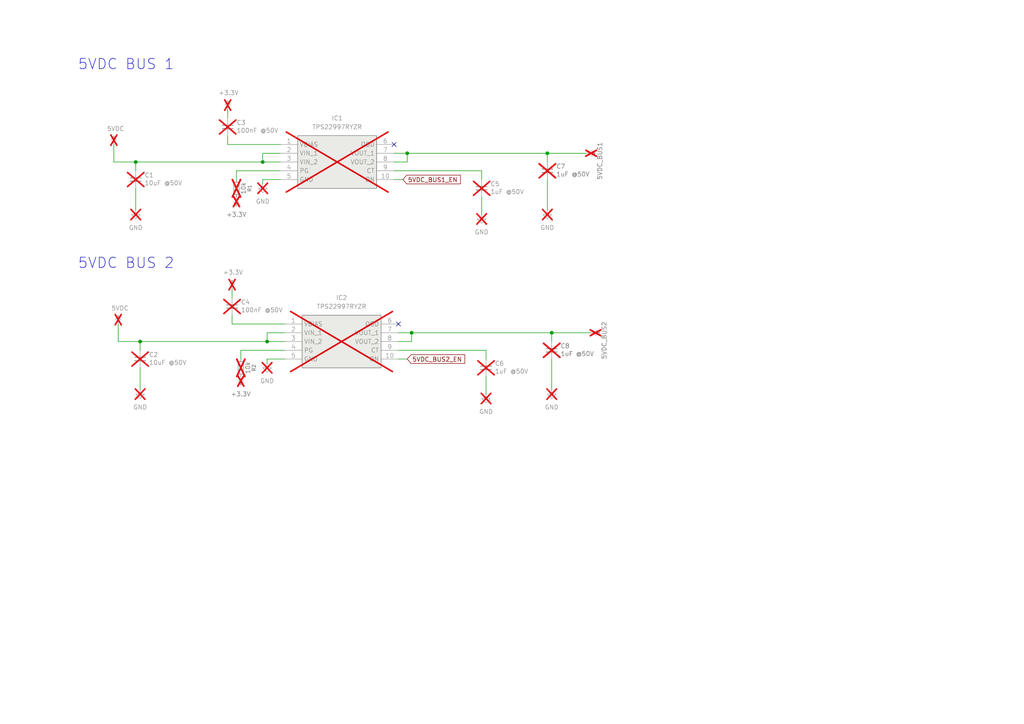
<source format=kicad_sch>
(kicad_sch (version 20250114) (generator "eeschema") (generator_version "9.0")
  (paper "A4")
  (lib_symbols
    (symbol "Device:C_Small" (pin_numbers (hide yes)) (pin_names (offset 0.254) (hide yes))
      (property "Reference" "C" (at 0.254 1.778 0))
      (property "Value" "C_Small" (at 0.254 -2.032 0))
      (symbol "C_Small_0_1"
        (polyline (pts (xy -1.524 0.508) (xy 1.524 0.508)) (stroke (width 0.3048)))
        (polyline (pts (xy -1.524 -0.508) (xy 1.524 -0.508)) (stroke (width 0.3302)))
      )
      (symbol "C_Small_1_1"
        (pin passive line (at 0 2.54 270) (length 2.032) (name "~") (number "1"))
        (pin passive line (at 0 -2.54 90) (length 2.032) (name "~") (number "2"))
      )
    )
    (symbol "Device:R_Small" (pin_numbers (hide yes)) (pin_names (offset 0.254) (hide yes))
      (property "Reference" "R" (at 0 0 90))
      (property "Value" "R_Small" (at 1.778 0 90))
      (symbol "R_Small_0_1"
        (rectangle (start -0.762 1.778) (end 0.762 -1.778) (stroke (width 0.2032)))
      )
      (symbol "R_Small_1_1"
        (pin passive line (at 0 2.54 270) (length 0.762) (name "~") (number "1"))
        (pin passive line (at 0 -2.54 90) (length 0.762) (name "~") (number "2"))
      )
    )
    (symbol "power:+3.3V" (power) (pin_numbers (hide yes)) (pin_names (offset 0) (hide yes))
      (property "Value" "+3.3V" (at 0 3.556 0))
      (symbol "+3.3V_0_1"
        (polyline (pts (xy -0.762 1.27) (xy 0 2.54)))
        (polyline (pts (xy 0 2.54) (xy 0.762 1.27)))
        (polyline (pts (xy 0 0) (xy 0 2.54)))
      )
      (symbol "+3.3V_1_1"
        (pin power_in line (at 0 0 90) (length 0) (name "~") (number "1"))
      )
    )
    (symbol "power:+BATT" (power) (pin_numbers (hide yes)) (pin_names (offset 0) (hide yes))
      (property "Value" "+BATT" (at 0 3.556 0))
      (symbol "+BATT_0_1"
        (polyline (pts (xy -0.762 1.27) (xy 0 2.54)))
        (polyline (pts (xy 0 2.54) (xy 0.762 1.27)))
        (polyline (pts (xy 0 0) (xy 0 2.54)))
      )
      (symbol "+BATT_1_1"
        (pin power_in line (at 0 0 90) (length 0) (name "~") (number "1"))
      )
    )
    (symbol "power:GND1" (power) (pin_numbers (hide yes)) (pin_names (offset 0) (hide yes))
      (property "Value" "GND1" (at 0 -3.81 0))
      (symbol "GND1_0_1"
        (polyline (pts (xy 0 0) (xy 0 -1.27) (xy 1.27 -1.27) (xy 0 -2.54) (xy -1.27 -1.27) (xy 0 -1.27)))
      )
      (symbol "GND1_1_1"
        (pin power_in line (at 0 0 270) (length 0) (name "~") (number "1"))
      )
    )
    (symbol "power:VCC" (power) (pin_numbers (hide yes)) (pin_names (offset 0) (hide yes))
      (property "Value" "VCC" (at 0 3.556 0))
      (symbol "VCC_0_1"
        (polyline (pts (xy -0.762 1.27) (xy 0 2.54)))
        (polyline (pts (xy 0 2.54) (xy 0.762 1.27)))
        (polyline (pts (xy 0 0) (xy 0 2.54)))
      )
      (symbol "VCC_1_1"
        (pin power_in line (at 0 0 90) (length 0) (name "~") (number "1"))
      )
    )
    (symbol "samac_sys:TPS22997RYZR"
      (property "Reference" "IC" (at 29.21 7.62 0))
      (property "Value" "TPS22997RYZR" (at 29.21 5.08 0))
      (symbol "TPS22997RYZR_1_1"
        (rectangle (start 5.08 2.54) (end 27.94 -12.7) (stroke (width 0.254)) (fill (type background)))
        (pin passive line (at 0 0 0) (length 5.08) (name "VBIAS") (number "1"))
        (pin passive line (at 0 -2.54 0) (length 5.08) (name "VIN_1") (number "2"))
        (pin passive line (at 0 -5.08 0) (length 5.08) (name "VIN_2") (number "3"))
        (pin passive line (at 0 -7.62 0) (length 5.08) (name "PG") (number "4"))
        (pin passive line (at 0 -10.16 0) (length 5.08) (name "GND") (number "5"))
        (pin passive line (at 33.02 0 180) (length 5.08) (name "QOD") (number "6"))
        (pin passive line (at 33.02 -2.54 180) (length 5.08) (name "VOUT_1") (number "7"))
        (pin passive line (at 33.02 -5.08 180) (length 5.08) (name "VOUT_2") (number "8"))
        (pin passive line (at 33.02 -7.62 180) (length 5.08) (name "CT") (number "9"))
        (pin passive line (at 33.02 -10.16 180) (length 5.08) (name "ON") (number "10"))
      )
    )
  )
  (text "5VDC BUS 2\n" (at 36.576 76.454 0) (effects (font (size 3 3))))
  (text "5VDC BUS 1" (at 36.576 18.796 0) (effects (font (size 3 3))))
  (junction (at 160.02 96.52))
  (junction (at 76.2 46.99))
  (junction (at 119.38 96.52))
  (junction (at 118.11 44.45))
  (junction (at 77.47 99.06))
  (junction (at 158.75 44.45))
  (junction (at 40.64 99.06))
  (junction (at 39.37 46.99))
  (no_connect (at 115.57 93.98))
  (no_connect (at 114.3 41.91))
  (wire (pts (xy 66.04 31.75) (xy 66.04 34.29)))
  (wire (pts (xy 77.47 104.14) (xy 77.47 105.41)))
  (wire (pts (xy 81.28 44.45) (xy 76.2 44.45)))
  (wire (pts (xy 69.85 101.6) (xy 82.55 101.6)))
  (wire (pts (xy 114.3 52.07) (xy 116.84 52.07)))
  (wire (pts (xy 160.02 96.52) (xy 160.02 99.06)))
  (wire (pts (xy 33.02 46.99) (xy 39.37 46.99)))
  (wire (pts (xy 119.38 96.52) (xy 160.02 96.52)))
  (wire (pts (xy 158.75 52.07) (xy 158.75 60.96)))
  (wire (pts (xy 67.31 91.44) (xy 67.31 93.98)))
  (wire (pts (xy 115.57 104.14) (xy 118.11 104.14)))
  (wire (pts (xy 76.2 44.45) (xy 76.2 46.99)))
  (wire (pts (xy 33.02 41.91) (xy 33.02 46.99)))
  (wire (pts (xy 77.47 96.52) (xy 77.47 99.06)))
  (wire (pts (xy 115.57 96.52) (xy 119.38 96.52)))
  (wire (pts (xy 76.2 46.99) (xy 81.28 46.99)))
  (wire (pts (xy 160.02 104.14) (xy 160.02 113.03)))
  (wire (pts (xy 81.28 52.07) (xy 76.2 52.07)))
  (wire (pts (xy 68.58 49.53) (xy 81.28 49.53)))
  (wire (pts (xy 40.64 106.68) (xy 40.64 113.03)))
  (wire (pts (xy 66.04 41.91) (xy 81.28 41.91)))
  (wire (pts (xy 68.58 49.53) (xy 68.58 52.07)))
  (wire (pts (xy 40.64 99.06) (xy 77.47 99.06)))
  (wire (pts (xy 76.2 52.07) (xy 76.2 53.34)))
  (wire (pts (xy 158.75 44.45) (xy 158.75 46.99)))
  (wire (pts (xy 69.85 101.6) (xy 69.85 104.14)))
  (wire (pts (xy 34.29 99.06) (xy 40.64 99.06)))
  (wire (pts (xy 139.7 49.53) (xy 139.7 52.07)))
  (wire (pts (xy 39.37 49.53) (xy 39.37 46.99)))
  (wire (pts (xy 39.37 46.99) (xy 76.2 46.99)))
  (wire (pts (xy 118.11 46.99) (xy 114.3 46.99)))
  (wire (pts (xy 82.55 104.14) (xy 77.47 104.14)))
  (wire (pts (xy 119.38 99.06) (xy 115.57 99.06)))
  (wire (pts (xy 67.31 93.98) (xy 82.55 93.98)))
  (wire (pts (xy 40.64 101.6) (xy 40.64 99.06)))
  (wire (pts (xy 140.97 109.22) (xy 140.97 114.3)))
  (wire (pts (xy 118.11 44.45) (xy 118.11 46.99)))
  (wire (pts (xy 115.57 101.6) (xy 140.97 101.6)))
  (wire (pts (xy 119.38 96.52) (xy 119.38 99.06)))
  (wire (pts (xy 39.37 54.61) (xy 39.37 60.96)))
  (wire (pts (xy 158.75 44.45) (xy 170.18 44.45)))
  (wire (pts (xy 82.55 96.52) (xy 77.47 96.52)))
  (wire (pts (xy 118.11 44.45) (xy 158.75 44.45)))
  (wire (pts (xy 160.02 96.52) (xy 171.45 96.52)))
  (wire (pts (xy 114.3 49.53) (xy 139.7 49.53)))
  (wire (pts (xy 140.97 101.6) (xy 140.97 104.14)))
  (wire (pts (xy 67.31 83.82) (xy 67.31 86.36)))
  (wire (pts (xy 139.7 57.15) (xy 139.7 62.23)))
  (wire (pts (xy 114.3 44.45) (xy 118.11 44.45)))
  (wire (pts (xy 77.47 99.06) (xy 82.55 99.06)))
  (wire (pts (xy 34.29 93.98) (xy 34.29 99.06)))
  (wire (pts (xy 66.04 39.37) (xy 66.04 41.91)))
  (global_label "5VDC_BUS2_EN" (shape input) (at 118.11 104.14 0) (property "Intersheetrefs" "${INTERSHEET_REFS}" (effects (hide yes))))
  (global_label "5VDC_BUS1_EN" (shape input) (at 116.84 52.07 0) (property "Intersheetrefs" "${INTERSHEET_REFS}" (effects (hide yes))))
  (symbol (lib_id "Device:C_Small") (at 158.75 49.53 0) (unit 1) (in_bom no) (on_board no) (dnp yes)
    (property "Reference" "C7" (at 161.29 48.2662 0) (effects (justify left)))
    (property "Value" "1uF @50V" (at 161.29 50.546 0) (effects (justify left)))
    (property "Footprint" "Capacitor_SMD:C_0805_2012Metric_Pad1.18x1.45mm_HandSolder" (effects (hide yes)))
    (property "Datasheet" "GRT21BR71H105KE01K" (effects (hide yes)))
    (property "Description" "Unpolarized capacitor, small symbol" (effects (hide yes)))
  )
  (symbol (lib_id "power:+3.3V") (at 69.85 109.22 180) (unit 1) (in_bom no) (on_board no) (dnp yes)
    (property "Reference" "#PWR08" (effects (hide yes)))
    (property "Value" "+3.3V" (at 69.85 114.3 0))
    (property "Description" "Power symbol creates a global label with name \"+3.3V\"" (effects (hide yes)))
  )
  (symbol (lib_id "samac_sys:TPS22997RYZR") (at 82.55 93.98 0) (unit 1) (in_bom no) (on_board no) (dnp yes)
    (property "Reference" "IC2" (at 99.06 86.36 0))
    (property "Value" "TPS22997RYZR" (at 99.06 88.9 0))
    (property "Footprint" "SamacSys_Parts:TPS22997RYZR" (effects (hide yes)))
    (property "Datasheet" "https://www.ti.com/lit/gpn/tps22997?HQS=ti-null-null-sf-df-pf-sep-wwe&DCM=yes?hkey=EF798316E3902B6ED9A73243A3159BB0" (effects (hide yes)))
    (property "Description" "TPS22997 5.5-V, 10-A, 4-m On-Resistance Load Switch with Adjustable Rise Time" (effects (hide yes)))
    (property "Height" "0.8" (effects (hide yes)))
    (property "Mouser Part Number" "595-TPS22997RYZR" (effects (hide yes)))
    (property "Mouser Price/Stock" "https://www.mouser.co.uk/ProductDetail/Texas-Instruments/TPS22997RYZR?qs=amGC7iS6iy986RqKkXLlig%3D%3D" (effects (hide yes)))
    (property "Manufacturer_Name" "Texas Instruments" (effects (hide yes)))
    (property "Manufacturer_Part_Number" "TPS22997RYZR" (effects (hide yes)))
  )
  (symbol (lib_id "power:GND1") (at 76.2 53.34 0) (unit 1) (in_bom no) (on_board no) (dnp yes)
    (property "Reference" "#PWR09" (effects (hide yes)))
    (property "Value" "GND" (at 76.2 58.42 0))
    (property "Description" "Power symbol creates a global label with name \"GND1\" , ground" (effects (hide yes)))
  )
  (symbol (lib_id "power:GND1") (at 77.47 105.41 0) (unit 1) (in_bom no) (on_board no) (dnp yes)
    (property "Reference" "#PWR010" (effects (hide yes)))
    (property "Value" "GND" (at 77.47 110.49 0))
    (property "Description" "Power symbol creates a global label with name \"GND1\" , ground" (effects (hide yes)))
  )
  (symbol (lib_id "Device:C_Small") (at 66.04 36.83 0) (unit 1) (in_bom no) (on_board no) (dnp yes)
    (property "Reference" "C3" (at 68.58 35.5662 0) (effects (justify left)))
    (property "Value" "100nF @50V" (at 68.58 37.846 0) (effects (justify left)))
    (property "Footprint" "Capacitor_SMD:C_0402_1005Metric_Pad0.74x0.62mm_HandSolder" (effects (hide yes)))
    (property "Datasheet" "GRM155R61H104KE19J" (effects (hide yes)))
    (property "Description" "Unpolarized capacitor, small symbol" (effects (hide yes)))
  )
  (symbol (lib_id "Device:R_Small") (at 69.85 106.68 180) (unit 1) (in_bom no) (on_board no) (dnp yes)
    (property "Reference" "R2" (at 73.66 106.68 90) (effects (font (size 1.016 1.016))))
    (property "Value" "10k" (at 71.882 106.68 90))
    (property "Footprint" "Resistor_SMD:R_0402_1005Metric_Pad0.72x0.64mm_HandSolder" (effects (hide yes)))
    (property "Datasheet" "CRCW040210K0FKED" (effects (hide yes)))
    (property "Description" "Resistor, small symbol" (effects (hide yes)))
  )
  (symbol (lib_id "power:GND1") (at 39.37 60.96 0) (unit 1) (in_bom no) (on_board no) (dnp yes)
    (property "Reference" "#PWR03" (effects (hide yes)))
    (property "Value" "GND" (at 39.37 66.04 0))
    (property "Description" "Power symbol creates a global label with name \"GND1\" , ground" (effects (hide yes)))
  )
  (symbol (lib_id "power:VCC") (at 171.45 96.52 270) (unit 1) (in_bom no) (on_board no) (dnp yes)
    (property "Reference" "#PWR016" (effects (hide yes)))
    (property "Value" "5VDC_BUS2" (at 175.26 93.218 0) (effects (justify left)))
    (property "Description" "Power symbol creates a global label with name \"VCC\"" (effects (hide yes)))
  )
  (symbol (lib_id "power:GND1") (at 140.97 114.3 0) (unit 1) (in_bom no) (on_board no) (dnp yes)
    (property "Reference" "#PWR012" (effects (hide yes)))
    (property "Value" "GND" (at 140.97 119.38 0))
    (property "Description" "Power symbol creates a global label with name \"GND1\" , ground" (effects (hide yes)))
  )
  (symbol (lib_id "power:+3.3V") (at 66.04 31.75 0) (unit 1) (in_bom no) (on_board no) (dnp yes)
    (property "Reference" "#PWR05" (effects (hide yes)))
    (property "Value" "+3.3V" (at 66.294 26.924 0))
    (property "Description" "Power symbol creates a global label with name \"+3.3V\"" (effects (hide yes)))
  )
  (symbol (lib_id "power:GND1") (at 160.02 113.03 0) (unit 1) (in_bom no) (on_board no) (dnp yes)
    (property "Reference" "#PWR014" (effects (hide yes)))
    (property "Value" "GND" (at 160.02 118.11 0))
    (property "Description" "Power symbol creates a global label with name \"GND1\" , ground" (effects (hide yes)))
  )
  (symbol (lib_id "power:GND1") (at 139.7 62.23 0) (unit 1) (in_bom no) (on_board no) (dnp yes)
    (property "Reference" "#PWR011" (effects (hide yes)))
    (property "Value" "GND" (at 139.7 67.31 0))
    (property "Description" "Power symbol creates a global label with name \"GND1\" , ground" (effects (hide yes)))
  )
  (symbol (lib_id "Device:C_Small") (at 140.97 106.68 0) (unit 1) (in_bom no) (on_board no) (dnp yes)
    (property "Reference" "C6" (at 143.51 105.4162 0) (effects (justify left)))
    (property "Value" "1uF @50V" (at 143.51 107.696 0) (effects (justify left)))
    (property "Footprint" "Capacitor_SMD:C_0805_2012Metric_Pad1.18x1.45mm_HandSolder" (effects (hide yes)))
    (property "Datasheet" "GRT21BR71H105KE01K" (effects (hide yes)))
    (property "Description" "Unpolarized capacitor, small symbol" (effects (hide yes)))
  )
  (symbol (lib_id "Device:C_Small") (at 40.64 104.14 0) (unit 1) (in_bom no) (on_board no) (dnp yes)
    (property "Reference" "C2" (at 43.18 102.8762 0) (effects (justify left)))
    (property "Value" "10uF @50V" (at 43.18 105.156 0) (effects (justify left)))
    (property "Footprint" "Capacitor_SMD:C_1210_3225Metric_Pad1.33x2.70mm_HandSolder" (effects (hide yes)))
    (property "Datasheet" "GRM32EC72A106KE05L" (effects (hide yes)))
    (property "Description" "Unpolarized capacitor, small symbol" (effects (hide yes)))
  )
  (symbol (lib_id "Device:C_Small") (at 67.31 88.9 0) (unit 1) (in_bom no) (on_board no) (dnp yes)
    (property "Reference" "C4" (at 69.85 87.6362 0) (effects (justify left)))
    (property "Value" "100nF @50V" (at 69.85 89.916 0) (effects (justify left)))
    (property "Footprint" "Capacitor_SMD:C_0402_1005Metric_Pad0.74x0.62mm_HandSolder" (effects (hide yes)))
    (property "Datasheet" "GRM155R61H104KE19J" (effects (hide yes)))
    (property "Description" "Unpolarized capacitor, small symbol" (effects (hide yes)))
  )
  (symbol (lib_id "samac_sys:TPS22997RYZR") (at 81.28 41.91 0) (unit 1) (in_bom no) (on_board no) (dnp yes)
    (property "Reference" "IC1" (at 97.79 34.29 0))
    (property "Value" "TPS22997RYZR" (at 97.79 36.83 0))
    (property "Footprint" "SamacSys_Parts:TPS22997RYZR" (effects (hide yes)))
    (property "Datasheet" "https://www.ti.com/lit/gpn/tps22997?HQS=ti-null-null-sf-df-pf-sep-wwe&DCM=yes?hkey=EF798316E3902B6ED9A73243A3159BB0" (effects (hide yes)))
    (property "Description" "TPS22997 5.5-V, 10-A, 4-m On-Resistance Load Switch with Adjustable Rise Time" (effects (hide yes)))
    (property "Height" "0.8" (effects (hide yes)))
    (property "Mouser Part Number" "595-TPS22997RYZR" (effects (hide yes)))
    (property "Mouser Price/Stock" "https://www.mouser.co.uk/ProductDetail/Texas-Instruments/TPS22997RYZR?qs=amGC7iS6iy986RqKkXLlig%3D%3D" (effects (hide yes)))
    (property "Manufacturer_Name" "Texas Instruments" (effects (hide yes)))
    (property "Manufacturer_Part_Number" "TPS22997RYZR" (effects (hide yes)))
  )
  (symbol (lib_id "power:GND1") (at 158.75 60.96 0) (unit 1) (in_bom no) (on_board no) (dnp yes)
    (property "Reference" "#PWR013" (effects (hide yes)))
    (property "Value" "GND" (at 158.75 66.04 0))
    (property "Description" "Power symbol creates a global label with name \"GND1\" , ground" (effects (hide yes)))
  )
  (symbol (lib_id "Device:C_Small") (at 39.37 52.07 0) (unit 1) (in_bom no) (on_board no) (dnp yes)
    (property "Reference" "C1" (at 41.91 50.8062 0) (effects (justify left)))
    (property "Value" "10uF @50V" (at 41.91 53.086 0) (effects (justify left)))
    (property "Footprint" "Capacitor_SMD:C_1210_3225Metric_Pad1.33x2.70mm_HandSolder" (effects (hide yes)))
    (property "Datasheet" "GRM32EC72A106KE05L" (effects (hide yes)))
    (property "Description" "Unpolarized capacitor, small symbol" (effects (hide yes)))
  )
  (symbol (lib_id "power:+BATT") (at 33.02 41.91 0) (unit 1) (in_bom no) (on_board no) (dnp yes)
    (property "Reference" "#PWR01" (effects (hide yes)))
    (property "Value" "5VDC" (at 33.528 37.338 0))
    (property "Description" "Power symbol creates a global label with name \"+BATT\"" (effects (hide yes)))
  )
  (symbol (lib_id "Device:C_Small") (at 139.7 54.61 0) (unit 1) (in_bom no) (on_board no) (dnp yes)
    (property "Reference" "C5" (at 142.24 53.3462 0) (effects (justify left)))
    (property "Value" "1uF @50V" (at 142.24 55.626 0) (effects (justify left)))
    (property "Footprint" "Capacitor_SMD:C_0805_2012Metric_Pad1.18x1.45mm_HandSolder" (effects (hide yes)))
    (property "Datasheet" "GRT21BR71H105KE01K" (effects (hide yes)))
    (property "Description" "Unpolarized capacitor, small symbol" (effects (hide yes)))
  )
  (symbol (lib_id "power:+BATT") (at 34.29 93.98 0) (unit 1) (in_bom no) (on_board no) (dnp yes)
    (property "Reference" "#PWR02" (effects (hide yes)))
    (property "Value" "5VDC" (at 34.798 89.408 0))
    (property "Description" "Power symbol creates a global label with name \"+BATT\"" (effects (hide yes)))
  )
  (symbol (lib_id "power:+3.3V") (at 68.58 57.15 180) (unit 1) (in_bom no) (on_board no) (dnp yes)
    (property "Reference" "#PWR07" (effects (hide yes)))
    (property "Value" "+3.3V" (at 68.58 62.23 0))
    (property "Description" "Power symbol creates a global label with name \"+3.3V\"" (effects (hide yes)))
  )
  (symbol (lib_id "power:GND1") (at 40.64 113.03 0) (unit 1) (in_bom no) (on_board no) (dnp yes)
    (property "Reference" "#PWR04" (effects (hide yes)))
    (property "Value" "GND" (at 40.64 118.11 0))
    (property "Description" "Power symbol creates a global label with name \"GND1\" , ground" (effects (hide yes)))
  )
  (symbol (lib_id "Device:C_Small") (at 160.02 101.6 0) (unit 1) (in_bom no) (on_board no) (dnp yes)
    (property "Reference" "C8" (at 162.56 100.3362 0) (effects (justify left)))
    (property "Value" "1uF @50V" (at 162.56 102.616 0) (effects (justify left)))
    (property "Footprint" "Capacitor_SMD:C_0805_2012Metric_Pad1.18x1.45mm_HandSolder" (effects (hide yes)))
    (property "Datasheet" "GRT21BR71H105KE01K" (effects (hide yes)))
    (property "Description" "Unpolarized capacitor, small symbol" (effects (hide yes)))
  )
  (symbol (lib_id "Device:R_Small") (at 68.58 54.61 180) (unit 1) (in_bom no) (on_board no) (dnp yes)
    (property "Reference" "R1" (at 72.39 54.61 90) (effects (font (size 1.016 1.016))))
    (property "Value" "10k" (at 70.612 54.61 90))
    (property "Footprint" "Resistor_SMD:R_0402_1005Metric_Pad0.72x0.64mm_HandSolder" (effects (hide yes)))
    (property "Datasheet" "CRCW040210K0FKED" (effects (hide yes)))
    (property "Description" "Resistor, small symbol" (effects (hide yes)))
  )
  (symbol (lib_id "power:VCC") (at 170.18 44.45 270) (unit 1) (in_bom no) (on_board no) (dnp yes)
    (property "Reference" "#PWR015" (effects (hide yes)))
    (property "Value" "5VDC_BUS1" (at 173.99 41.148 0) (effects (justify left)))
    (property "Description" "Power symbol creates a global label with name \"VCC\"" (effects (hide yes)))
  )
  (symbol (lib_id "power:+3.3V") (at 67.31 83.82 0) (unit 1) (in_bom no) (on_board no) (dnp yes)
    (property "Reference" "#PWR06" (effects (hide yes)))
    (property "Value" "+3.3V" (at 67.564 78.994 0))
    (property "Description" "Power symbol creates a global label with name \"+3.3V\"" (effects (hide yes)))
  )
)
</source>
